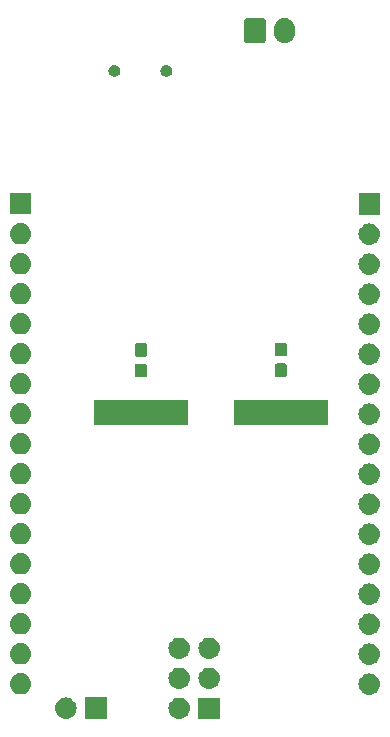
<source format=gbr>
G04 #@! TF.GenerationSoftware,KiCad,Pcbnew,(5.1.4)-1*
G04 #@! TF.CreationDate,2020-03-25T13:11:37-05:00*
G04 #@! TF.ProjectId,ExOneMicrorocessor,45784f6e-654d-4696-9372-6f726f636573,rev?*
G04 #@! TF.SameCoordinates,Original*
G04 #@! TF.FileFunction,Soldermask,Bot*
G04 #@! TF.FilePolarity,Negative*
%FSLAX46Y46*%
G04 Gerber Fmt 4.6, Leading zero omitted, Abs format (unit mm)*
G04 Created by KiCad (PCBNEW (5.1.4)-1) date 2020-03-25 13:11:37*
%MOMM*%
%LPD*%
G04 APERTURE LIST*
%ADD10C,0.100000*%
G04 APERTURE END LIST*
D10*
G36*
X157225300Y-125856300D02*
G01*
X155423300Y-125856300D01*
X155423300Y-124054300D01*
X157225300Y-124054300D01*
X157225300Y-125856300D01*
X157225300Y-125856300D01*
G37*
G36*
X153894743Y-124060819D02*
G01*
X153960927Y-124067337D01*
X154130766Y-124118857D01*
X154287291Y-124202522D01*
X154323029Y-124231852D01*
X154424486Y-124315114D01*
X154507748Y-124416571D01*
X154537078Y-124452309D01*
X154620743Y-124608834D01*
X154672263Y-124778673D01*
X154689659Y-124955300D01*
X154672263Y-125131927D01*
X154620743Y-125301766D01*
X154537078Y-125458291D01*
X154507748Y-125494029D01*
X154424486Y-125595486D01*
X154323029Y-125678748D01*
X154287291Y-125708078D01*
X154130766Y-125791743D01*
X153960927Y-125843263D01*
X153894743Y-125849781D01*
X153828560Y-125856300D01*
X153740040Y-125856300D01*
X153673857Y-125849781D01*
X153607673Y-125843263D01*
X153437834Y-125791743D01*
X153281309Y-125708078D01*
X153245571Y-125678748D01*
X153144114Y-125595486D01*
X153060852Y-125494029D01*
X153031522Y-125458291D01*
X152947857Y-125301766D01*
X152896337Y-125131927D01*
X152878941Y-124955300D01*
X152896337Y-124778673D01*
X152947857Y-124608834D01*
X153031522Y-124452309D01*
X153060852Y-124416571D01*
X153144114Y-124315114D01*
X153245571Y-124231852D01*
X153281309Y-124202522D01*
X153437834Y-124118857D01*
X153607673Y-124067337D01*
X153673857Y-124060819D01*
X153740040Y-124054300D01*
X153828560Y-124054300D01*
X153894743Y-124060819D01*
X153894743Y-124060819D01*
G37*
G36*
X144306242Y-124048118D02*
G01*
X144372427Y-124054637D01*
X144542266Y-124106157D01*
X144698791Y-124189822D01*
X144734529Y-124219152D01*
X144835986Y-124302414D01*
X144919248Y-124403871D01*
X144948578Y-124439609D01*
X145032243Y-124596134D01*
X145083763Y-124765973D01*
X145101159Y-124942600D01*
X145083763Y-125119227D01*
X145032243Y-125289066D01*
X144948578Y-125445591D01*
X144938157Y-125458289D01*
X144835986Y-125582786D01*
X144734529Y-125666048D01*
X144698791Y-125695378D01*
X144542266Y-125779043D01*
X144372427Y-125830563D01*
X144306242Y-125837082D01*
X144240060Y-125843600D01*
X144151540Y-125843600D01*
X144085358Y-125837082D01*
X144019173Y-125830563D01*
X143849334Y-125779043D01*
X143692809Y-125695378D01*
X143657071Y-125666048D01*
X143555614Y-125582786D01*
X143453443Y-125458289D01*
X143443022Y-125445591D01*
X143359357Y-125289066D01*
X143307837Y-125119227D01*
X143290441Y-124942600D01*
X143307837Y-124765973D01*
X143359357Y-124596134D01*
X143443022Y-124439609D01*
X143472352Y-124403871D01*
X143555614Y-124302414D01*
X143657071Y-124219152D01*
X143692809Y-124189822D01*
X143849334Y-124106157D01*
X144019173Y-124054637D01*
X144085358Y-124048118D01*
X144151540Y-124041600D01*
X144240060Y-124041600D01*
X144306242Y-124048118D01*
X144306242Y-124048118D01*
G37*
G36*
X147636800Y-125843600D02*
G01*
X145834800Y-125843600D01*
X145834800Y-124041600D01*
X147636800Y-124041600D01*
X147636800Y-125843600D01*
X147636800Y-125843600D01*
G37*
G36*
X169985642Y-122016118D02*
G01*
X170051827Y-122022637D01*
X170221666Y-122074157D01*
X170378191Y-122157822D01*
X170413929Y-122187152D01*
X170515386Y-122270414D01*
X170598648Y-122371871D01*
X170627978Y-122407609D01*
X170711643Y-122564134D01*
X170763163Y-122733973D01*
X170780559Y-122910600D01*
X170763163Y-123087227D01*
X170711643Y-123257066D01*
X170627978Y-123413591D01*
X170598648Y-123449329D01*
X170515386Y-123550786D01*
X170413929Y-123634048D01*
X170378191Y-123663378D01*
X170221666Y-123747043D01*
X170051827Y-123798563D01*
X169985643Y-123805081D01*
X169919460Y-123811600D01*
X169830940Y-123811600D01*
X169764757Y-123805081D01*
X169698573Y-123798563D01*
X169528734Y-123747043D01*
X169372209Y-123663378D01*
X169336471Y-123634048D01*
X169235014Y-123550786D01*
X169151752Y-123449329D01*
X169122422Y-123413591D01*
X169038757Y-123257066D01*
X168987237Y-123087227D01*
X168969841Y-122910600D01*
X168987237Y-122733973D01*
X169038757Y-122564134D01*
X169122422Y-122407609D01*
X169151752Y-122371871D01*
X169235014Y-122270414D01*
X169336471Y-122187152D01*
X169372209Y-122157822D01*
X169528734Y-122074157D01*
X169698573Y-122022637D01*
X169764758Y-122016118D01*
X169830940Y-122009600D01*
X169919460Y-122009600D01*
X169985642Y-122016118D01*
X169985642Y-122016118D01*
G37*
G36*
X140470842Y-121990718D02*
G01*
X140537027Y-121997237D01*
X140706866Y-122048757D01*
X140863391Y-122132422D01*
X140894341Y-122157822D01*
X141000586Y-122245014D01*
X141083848Y-122346471D01*
X141113178Y-122382209D01*
X141196843Y-122538734D01*
X141248363Y-122708573D01*
X141265759Y-122885200D01*
X141248363Y-123061827D01*
X141196843Y-123231666D01*
X141113178Y-123388191D01*
X141083848Y-123423929D01*
X141000586Y-123525386D01*
X140899129Y-123608648D01*
X140863391Y-123637978D01*
X140706866Y-123721643D01*
X140537027Y-123773163D01*
X140470842Y-123779682D01*
X140404660Y-123786200D01*
X140316140Y-123786200D01*
X140249958Y-123779682D01*
X140183773Y-123773163D01*
X140013934Y-123721643D01*
X139857409Y-123637978D01*
X139821671Y-123608648D01*
X139720214Y-123525386D01*
X139636952Y-123423929D01*
X139607622Y-123388191D01*
X139523957Y-123231666D01*
X139472437Y-123061827D01*
X139455041Y-122885200D01*
X139472437Y-122708573D01*
X139523957Y-122538734D01*
X139607622Y-122382209D01*
X139636952Y-122346471D01*
X139720214Y-122245014D01*
X139826459Y-122157822D01*
X139857409Y-122132422D01*
X140013934Y-122048757D01*
X140183773Y-121997237D01*
X140249958Y-121990718D01*
X140316140Y-121984200D01*
X140404660Y-121984200D01*
X140470842Y-121990718D01*
X140470842Y-121990718D01*
G37*
G36*
X153894742Y-121520818D02*
G01*
X153960927Y-121527337D01*
X154130766Y-121578857D01*
X154287291Y-121662522D01*
X154323029Y-121691852D01*
X154424486Y-121775114D01*
X154507748Y-121876571D01*
X154537078Y-121912309D01*
X154620743Y-122068834D01*
X154672263Y-122238673D01*
X154689659Y-122415300D01*
X154672263Y-122591927D01*
X154620743Y-122761766D01*
X154537078Y-122918291D01*
X154507748Y-122954029D01*
X154424486Y-123055486D01*
X154323029Y-123138748D01*
X154287291Y-123168078D01*
X154130766Y-123251743D01*
X153960927Y-123303263D01*
X153894742Y-123309782D01*
X153828560Y-123316300D01*
X153740040Y-123316300D01*
X153673858Y-123309782D01*
X153607673Y-123303263D01*
X153437834Y-123251743D01*
X153281309Y-123168078D01*
X153245571Y-123138748D01*
X153144114Y-123055486D01*
X153060852Y-122954029D01*
X153031522Y-122918291D01*
X152947857Y-122761766D01*
X152896337Y-122591927D01*
X152878941Y-122415300D01*
X152896337Y-122238673D01*
X152947857Y-122068834D01*
X153031522Y-121912309D01*
X153060852Y-121876571D01*
X153144114Y-121775114D01*
X153245571Y-121691852D01*
X153281309Y-121662522D01*
X153437834Y-121578857D01*
X153607673Y-121527337D01*
X153673858Y-121520818D01*
X153740040Y-121514300D01*
X153828560Y-121514300D01*
X153894742Y-121520818D01*
X153894742Y-121520818D01*
G37*
G36*
X156434742Y-121520818D02*
G01*
X156500927Y-121527337D01*
X156670766Y-121578857D01*
X156827291Y-121662522D01*
X156863029Y-121691852D01*
X156964486Y-121775114D01*
X157047748Y-121876571D01*
X157077078Y-121912309D01*
X157160743Y-122068834D01*
X157212263Y-122238673D01*
X157229659Y-122415300D01*
X157212263Y-122591927D01*
X157160743Y-122761766D01*
X157077078Y-122918291D01*
X157047748Y-122954029D01*
X156964486Y-123055486D01*
X156863029Y-123138748D01*
X156827291Y-123168078D01*
X156670766Y-123251743D01*
X156500927Y-123303263D01*
X156434742Y-123309782D01*
X156368560Y-123316300D01*
X156280040Y-123316300D01*
X156213858Y-123309782D01*
X156147673Y-123303263D01*
X155977834Y-123251743D01*
X155821309Y-123168078D01*
X155785571Y-123138748D01*
X155684114Y-123055486D01*
X155600852Y-122954029D01*
X155571522Y-122918291D01*
X155487857Y-122761766D01*
X155436337Y-122591927D01*
X155418941Y-122415300D01*
X155436337Y-122238673D01*
X155487857Y-122068834D01*
X155571522Y-121912309D01*
X155600852Y-121876571D01*
X155684114Y-121775114D01*
X155785571Y-121691852D01*
X155821309Y-121662522D01*
X155977834Y-121578857D01*
X156147673Y-121527337D01*
X156213858Y-121520818D01*
X156280040Y-121514300D01*
X156368560Y-121514300D01*
X156434742Y-121520818D01*
X156434742Y-121520818D01*
G37*
G36*
X169985642Y-119476118D02*
G01*
X170051827Y-119482637D01*
X170221666Y-119534157D01*
X170378191Y-119617822D01*
X170413929Y-119647152D01*
X170515386Y-119730414D01*
X170598648Y-119831871D01*
X170627978Y-119867609D01*
X170711643Y-120024134D01*
X170763163Y-120193973D01*
X170780559Y-120370600D01*
X170763163Y-120547227D01*
X170711643Y-120717066D01*
X170627978Y-120873591D01*
X170598648Y-120909329D01*
X170515386Y-121010786D01*
X170413929Y-121094048D01*
X170378191Y-121123378D01*
X170221666Y-121207043D01*
X170051827Y-121258563D01*
X169985642Y-121265082D01*
X169919460Y-121271600D01*
X169830940Y-121271600D01*
X169764758Y-121265082D01*
X169698573Y-121258563D01*
X169528734Y-121207043D01*
X169372209Y-121123378D01*
X169336471Y-121094048D01*
X169235014Y-121010786D01*
X169151752Y-120909329D01*
X169122422Y-120873591D01*
X169038757Y-120717066D01*
X168987237Y-120547227D01*
X168969841Y-120370600D01*
X168987237Y-120193973D01*
X169038757Y-120024134D01*
X169122422Y-119867609D01*
X169151752Y-119831871D01*
X169235014Y-119730414D01*
X169336471Y-119647152D01*
X169372209Y-119617822D01*
X169528734Y-119534157D01*
X169698573Y-119482637D01*
X169764758Y-119476118D01*
X169830940Y-119469600D01*
X169919460Y-119469600D01*
X169985642Y-119476118D01*
X169985642Y-119476118D01*
G37*
G36*
X140470843Y-119450719D02*
G01*
X140537027Y-119457237D01*
X140706866Y-119508757D01*
X140863391Y-119592422D01*
X140894341Y-119617822D01*
X141000586Y-119705014D01*
X141083848Y-119806471D01*
X141113178Y-119842209D01*
X141196843Y-119998734D01*
X141248363Y-120168573D01*
X141265759Y-120345200D01*
X141248363Y-120521827D01*
X141196843Y-120691666D01*
X141113178Y-120848191D01*
X141083848Y-120883929D01*
X141000586Y-120985386D01*
X140899129Y-121068648D01*
X140863391Y-121097978D01*
X140706866Y-121181643D01*
X140537027Y-121233163D01*
X140470842Y-121239682D01*
X140404660Y-121246200D01*
X140316140Y-121246200D01*
X140249958Y-121239682D01*
X140183773Y-121233163D01*
X140013934Y-121181643D01*
X139857409Y-121097978D01*
X139821671Y-121068648D01*
X139720214Y-120985386D01*
X139636952Y-120883929D01*
X139607622Y-120848191D01*
X139523957Y-120691666D01*
X139472437Y-120521827D01*
X139455041Y-120345200D01*
X139472437Y-120168573D01*
X139523957Y-119998734D01*
X139607622Y-119842209D01*
X139636952Y-119806471D01*
X139720214Y-119705014D01*
X139826459Y-119617822D01*
X139857409Y-119592422D01*
X140013934Y-119508757D01*
X140183773Y-119457237D01*
X140249957Y-119450719D01*
X140316140Y-119444200D01*
X140404660Y-119444200D01*
X140470843Y-119450719D01*
X140470843Y-119450719D01*
G37*
G36*
X153894743Y-118980819D02*
G01*
X153960927Y-118987337D01*
X154130766Y-119038857D01*
X154287291Y-119122522D01*
X154323029Y-119151852D01*
X154424486Y-119235114D01*
X154507748Y-119336571D01*
X154537078Y-119372309D01*
X154620743Y-119528834D01*
X154672263Y-119698673D01*
X154689659Y-119875300D01*
X154672263Y-120051927D01*
X154620743Y-120221766D01*
X154537078Y-120378291D01*
X154507748Y-120414029D01*
X154424486Y-120515486D01*
X154323029Y-120598748D01*
X154287291Y-120628078D01*
X154130766Y-120711743D01*
X153960927Y-120763263D01*
X153894743Y-120769781D01*
X153828560Y-120776300D01*
X153740040Y-120776300D01*
X153673857Y-120769781D01*
X153607673Y-120763263D01*
X153437834Y-120711743D01*
X153281309Y-120628078D01*
X153245571Y-120598748D01*
X153144114Y-120515486D01*
X153060852Y-120414029D01*
X153031522Y-120378291D01*
X152947857Y-120221766D01*
X152896337Y-120051927D01*
X152878941Y-119875300D01*
X152896337Y-119698673D01*
X152947857Y-119528834D01*
X153031522Y-119372309D01*
X153060852Y-119336571D01*
X153144114Y-119235114D01*
X153245571Y-119151852D01*
X153281309Y-119122522D01*
X153437834Y-119038857D01*
X153607673Y-118987337D01*
X153673857Y-118980819D01*
X153740040Y-118974300D01*
X153828560Y-118974300D01*
X153894743Y-118980819D01*
X153894743Y-118980819D01*
G37*
G36*
X156434743Y-118980819D02*
G01*
X156500927Y-118987337D01*
X156670766Y-119038857D01*
X156827291Y-119122522D01*
X156863029Y-119151852D01*
X156964486Y-119235114D01*
X157047748Y-119336571D01*
X157077078Y-119372309D01*
X157160743Y-119528834D01*
X157212263Y-119698673D01*
X157229659Y-119875300D01*
X157212263Y-120051927D01*
X157160743Y-120221766D01*
X157077078Y-120378291D01*
X157047748Y-120414029D01*
X156964486Y-120515486D01*
X156863029Y-120598748D01*
X156827291Y-120628078D01*
X156670766Y-120711743D01*
X156500927Y-120763263D01*
X156434743Y-120769781D01*
X156368560Y-120776300D01*
X156280040Y-120776300D01*
X156213857Y-120769781D01*
X156147673Y-120763263D01*
X155977834Y-120711743D01*
X155821309Y-120628078D01*
X155785571Y-120598748D01*
X155684114Y-120515486D01*
X155600852Y-120414029D01*
X155571522Y-120378291D01*
X155487857Y-120221766D01*
X155436337Y-120051927D01*
X155418941Y-119875300D01*
X155436337Y-119698673D01*
X155487857Y-119528834D01*
X155571522Y-119372309D01*
X155600852Y-119336571D01*
X155684114Y-119235114D01*
X155785571Y-119151852D01*
X155821309Y-119122522D01*
X155977834Y-119038857D01*
X156147673Y-118987337D01*
X156213857Y-118980819D01*
X156280040Y-118974300D01*
X156368560Y-118974300D01*
X156434743Y-118980819D01*
X156434743Y-118980819D01*
G37*
G36*
X169985643Y-116936119D02*
G01*
X170051827Y-116942637D01*
X170221666Y-116994157D01*
X170378191Y-117077822D01*
X170413929Y-117107152D01*
X170515386Y-117190414D01*
X170598648Y-117291871D01*
X170627978Y-117327609D01*
X170711643Y-117484134D01*
X170763163Y-117653973D01*
X170780559Y-117830600D01*
X170763163Y-118007227D01*
X170711643Y-118177066D01*
X170627978Y-118333591D01*
X170598648Y-118369329D01*
X170515386Y-118470786D01*
X170413929Y-118554048D01*
X170378191Y-118583378D01*
X170221666Y-118667043D01*
X170051827Y-118718563D01*
X169985643Y-118725081D01*
X169919460Y-118731600D01*
X169830940Y-118731600D01*
X169764757Y-118725081D01*
X169698573Y-118718563D01*
X169528734Y-118667043D01*
X169372209Y-118583378D01*
X169336471Y-118554048D01*
X169235014Y-118470786D01*
X169151752Y-118369329D01*
X169122422Y-118333591D01*
X169038757Y-118177066D01*
X168987237Y-118007227D01*
X168969841Y-117830600D01*
X168987237Y-117653973D01*
X169038757Y-117484134D01*
X169122422Y-117327609D01*
X169151752Y-117291871D01*
X169235014Y-117190414D01*
X169336471Y-117107152D01*
X169372209Y-117077822D01*
X169528734Y-116994157D01*
X169698573Y-116942637D01*
X169764757Y-116936119D01*
X169830940Y-116929600D01*
X169919460Y-116929600D01*
X169985643Y-116936119D01*
X169985643Y-116936119D01*
G37*
G36*
X140470842Y-116910718D02*
G01*
X140537027Y-116917237D01*
X140706866Y-116968757D01*
X140863391Y-117052422D01*
X140894341Y-117077822D01*
X141000586Y-117165014D01*
X141083848Y-117266471D01*
X141113178Y-117302209D01*
X141196843Y-117458734D01*
X141248363Y-117628573D01*
X141265759Y-117805200D01*
X141248363Y-117981827D01*
X141196843Y-118151666D01*
X141113178Y-118308191D01*
X141083848Y-118343929D01*
X141000586Y-118445386D01*
X140899129Y-118528648D01*
X140863391Y-118557978D01*
X140706866Y-118641643D01*
X140537027Y-118693163D01*
X140470842Y-118699682D01*
X140404660Y-118706200D01*
X140316140Y-118706200D01*
X140249958Y-118699682D01*
X140183773Y-118693163D01*
X140013934Y-118641643D01*
X139857409Y-118557978D01*
X139821671Y-118528648D01*
X139720214Y-118445386D01*
X139636952Y-118343929D01*
X139607622Y-118308191D01*
X139523957Y-118151666D01*
X139472437Y-117981827D01*
X139455041Y-117805200D01*
X139472437Y-117628573D01*
X139523957Y-117458734D01*
X139607622Y-117302209D01*
X139636952Y-117266471D01*
X139720214Y-117165014D01*
X139826459Y-117077822D01*
X139857409Y-117052422D01*
X140013934Y-116968757D01*
X140183773Y-116917237D01*
X140249958Y-116910718D01*
X140316140Y-116904200D01*
X140404660Y-116904200D01*
X140470842Y-116910718D01*
X140470842Y-116910718D01*
G37*
G36*
X169985642Y-114396118D02*
G01*
X170051827Y-114402637D01*
X170221666Y-114454157D01*
X170378191Y-114537822D01*
X170413929Y-114567152D01*
X170515386Y-114650414D01*
X170598648Y-114751871D01*
X170627978Y-114787609D01*
X170711643Y-114944134D01*
X170763163Y-115113973D01*
X170780559Y-115290600D01*
X170763163Y-115467227D01*
X170711643Y-115637066D01*
X170627978Y-115793591D01*
X170598648Y-115829329D01*
X170515386Y-115930786D01*
X170413929Y-116014048D01*
X170378191Y-116043378D01*
X170221666Y-116127043D01*
X170051827Y-116178563D01*
X169985643Y-116185081D01*
X169919460Y-116191600D01*
X169830940Y-116191600D01*
X169764757Y-116185081D01*
X169698573Y-116178563D01*
X169528734Y-116127043D01*
X169372209Y-116043378D01*
X169336471Y-116014048D01*
X169235014Y-115930786D01*
X169151752Y-115829329D01*
X169122422Y-115793591D01*
X169038757Y-115637066D01*
X168987237Y-115467227D01*
X168969841Y-115290600D01*
X168987237Y-115113973D01*
X169038757Y-114944134D01*
X169122422Y-114787609D01*
X169151752Y-114751871D01*
X169235014Y-114650414D01*
X169336471Y-114567152D01*
X169372209Y-114537822D01*
X169528734Y-114454157D01*
X169698573Y-114402637D01*
X169764758Y-114396118D01*
X169830940Y-114389600D01*
X169919460Y-114389600D01*
X169985642Y-114396118D01*
X169985642Y-114396118D01*
G37*
G36*
X140470843Y-114370719D02*
G01*
X140537027Y-114377237D01*
X140706866Y-114428757D01*
X140863391Y-114512422D01*
X140894341Y-114537822D01*
X141000586Y-114625014D01*
X141083848Y-114726471D01*
X141113178Y-114762209D01*
X141196843Y-114918734D01*
X141248363Y-115088573D01*
X141265759Y-115265200D01*
X141248363Y-115441827D01*
X141196843Y-115611666D01*
X141113178Y-115768191D01*
X141083848Y-115803929D01*
X141000586Y-115905386D01*
X140899129Y-115988648D01*
X140863391Y-116017978D01*
X140706866Y-116101643D01*
X140537027Y-116153163D01*
X140470843Y-116159681D01*
X140404660Y-116166200D01*
X140316140Y-116166200D01*
X140249957Y-116159681D01*
X140183773Y-116153163D01*
X140013934Y-116101643D01*
X139857409Y-116017978D01*
X139821671Y-115988648D01*
X139720214Y-115905386D01*
X139636952Y-115803929D01*
X139607622Y-115768191D01*
X139523957Y-115611666D01*
X139472437Y-115441827D01*
X139455041Y-115265200D01*
X139472437Y-115088573D01*
X139523957Y-114918734D01*
X139607622Y-114762209D01*
X139636952Y-114726471D01*
X139720214Y-114625014D01*
X139826459Y-114537822D01*
X139857409Y-114512422D01*
X140013934Y-114428757D01*
X140183773Y-114377237D01*
X140249957Y-114370719D01*
X140316140Y-114364200D01*
X140404660Y-114364200D01*
X140470843Y-114370719D01*
X140470843Y-114370719D01*
G37*
G36*
X169985642Y-111856118D02*
G01*
X170051827Y-111862637D01*
X170221666Y-111914157D01*
X170378191Y-111997822D01*
X170413929Y-112027152D01*
X170515386Y-112110414D01*
X170598648Y-112211871D01*
X170627978Y-112247609D01*
X170711643Y-112404134D01*
X170763163Y-112573973D01*
X170780559Y-112750600D01*
X170763163Y-112927227D01*
X170711643Y-113097066D01*
X170627978Y-113253591D01*
X170598648Y-113289329D01*
X170515386Y-113390786D01*
X170413929Y-113474048D01*
X170378191Y-113503378D01*
X170221666Y-113587043D01*
X170051827Y-113638563D01*
X169985642Y-113645082D01*
X169919460Y-113651600D01*
X169830940Y-113651600D01*
X169764758Y-113645082D01*
X169698573Y-113638563D01*
X169528734Y-113587043D01*
X169372209Y-113503378D01*
X169336471Y-113474048D01*
X169235014Y-113390786D01*
X169151752Y-113289329D01*
X169122422Y-113253591D01*
X169038757Y-113097066D01*
X168987237Y-112927227D01*
X168969841Y-112750600D01*
X168987237Y-112573973D01*
X169038757Y-112404134D01*
X169122422Y-112247609D01*
X169151752Y-112211871D01*
X169235014Y-112110414D01*
X169336471Y-112027152D01*
X169372209Y-111997822D01*
X169528734Y-111914157D01*
X169698573Y-111862637D01*
X169764758Y-111856118D01*
X169830940Y-111849600D01*
X169919460Y-111849600D01*
X169985642Y-111856118D01*
X169985642Y-111856118D01*
G37*
G36*
X140470843Y-111830719D02*
G01*
X140537027Y-111837237D01*
X140706866Y-111888757D01*
X140863391Y-111972422D01*
X140894341Y-111997822D01*
X141000586Y-112085014D01*
X141083848Y-112186471D01*
X141113178Y-112222209D01*
X141196843Y-112378734D01*
X141248363Y-112548573D01*
X141265759Y-112725200D01*
X141248363Y-112901827D01*
X141196843Y-113071666D01*
X141113178Y-113228191D01*
X141083848Y-113263929D01*
X141000586Y-113365386D01*
X140899129Y-113448648D01*
X140863391Y-113477978D01*
X140706866Y-113561643D01*
X140537027Y-113613163D01*
X140470843Y-113619681D01*
X140404660Y-113626200D01*
X140316140Y-113626200D01*
X140249957Y-113619681D01*
X140183773Y-113613163D01*
X140013934Y-113561643D01*
X139857409Y-113477978D01*
X139821671Y-113448648D01*
X139720214Y-113365386D01*
X139636952Y-113263929D01*
X139607622Y-113228191D01*
X139523957Y-113071666D01*
X139472437Y-112901827D01*
X139455041Y-112725200D01*
X139472437Y-112548573D01*
X139523957Y-112378734D01*
X139607622Y-112222209D01*
X139636952Y-112186471D01*
X139720214Y-112085014D01*
X139826459Y-111997822D01*
X139857409Y-111972422D01*
X140013934Y-111888757D01*
X140183773Y-111837237D01*
X140249957Y-111830719D01*
X140316140Y-111824200D01*
X140404660Y-111824200D01*
X140470843Y-111830719D01*
X140470843Y-111830719D01*
G37*
G36*
X169985643Y-109316119D02*
G01*
X170051827Y-109322637D01*
X170221666Y-109374157D01*
X170378191Y-109457822D01*
X170413929Y-109487152D01*
X170515386Y-109570414D01*
X170598648Y-109671871D01*
X170627978Y-109707609D01*
X170711643Y-109864134D01*
X170763163Y-110033973D01*
X170780559Y-110210600D01*
X170763163Y-110387227D01*
X170711643Y-110557066D01*
X170627978Y-110713591D01*
X170598648Y-110749329D01*
X170515386Y-110850786D01*
X170413929Y-110934048D01*
X170378191Y-110963378D01*
X170221666Y-111047043D01*
X170051827Y-111098563D01*
X169985642Y-111105082D01*
X169919460Y-111111600D01*
X169830940Y-111111600D01*
X169764758Y-111105082D01*
X169698573Y-111098563D01*
X169528734Y-111047043D01*
X169372209Y-110963378D01*
X169336471Y-110934048D01*
X169235014Y-110850786D01*
X169151752Y-110749329D01*
X169122422Y-110713591D01*
X169038757Y-110557066D01*
X168987237Y-110387227D01*
X168969841Y-110210600D01*
X168987237Y-110033973D01*
X169038757Y-109864134D01*
X169122422Y-109707609D01*
X169151752Y-109671871D01*
X169235014Y-109570414D01*
X169336471Y-109487152D01*
X169372209Y-109457822D01*
X169528734Y-109374157D01*
X169698573Y-109322637D01*
X169764757Y-109316119D01*
X169830940Y-109309600D01*
X169919460Y-109309600D01*
X169985643Y-109316119D01*
X169985643Y-109316119D01*
G37*
G36*
X140470843Y-109290719D02*
G01*
X140537027Y-109297237D01*
X140706866Y-109348757D01*
X140863391Y-109432422D01*
X140894341Y-109457822D01*
X141000586Y-109545014D01*
X141083848Y-109646471D01*
X141113178Y-109682209D01*
X141196843Y-109838734D01*
X141248363Y-110008573D01*
X141265759Y-110185200D01*
X141248363Y-110361827D01*
X141196843Y-110531666D01*
X141113178Y-110688191D01*
X141083848Y-110723929D01*
X141000586Y-110825386D01*
X140899129Y-110908648D01*
X140863391Y-110937978D01*
X140706866Y-111021643D01*
X140537027Y-111073163D01*
X140470842Y-111079682D01*
X140404660Y-111086200D01*
X140316140Y-111086200D01*
X140249958Y-111079682D01*
X140183773Y-111073163D01*
X140013934Y-111021643D01*
X139857409Y-110937978D01*
X139821671Y-110908648D01*
X139720214Y-110825386D01*
X139636952Y-110723929D01*
X139607622Y-110688191D01*
X139523957Y-110531666D01*
X139472437Y-110361827D01*
X139455041Y-110185200D01*
X139472437Y-110008573D01*
X139523957Y-109838734D01*
X139607622Y-109682209D01*
X139636952Y-109646471D01*
X139720214Y-109545014D01*
X139826459Y-109457822D01*
X139857409Y-109432422D01*
X140013934Y-109348757D01*
X140183773Y-109297237D01*
X140249957Y-109290719D01*
X140316140Y-109284200D01*
X140404660Y-109284200D01*
X140470843Y-109290719D01*
X140470843Y-109290719D01*
G37*
G36*
X169985643Y-106776119D02*
G01*
X170051827Y-106782637D01*
X170221666Y-106834157D01*
X170378191Y-106917822D01*
X170413929Y-106947152D01*
X170515386Y-107030414D01*
X170598648Y-107131871D01*
X170627978Y-107167609D01*
X170711643Y-107324134D01*
X170763163Y-107493973D01*
X170780559Y-107670600D01*
X170763163Y-107847227D01*
X170711643Y-108017066D01*
X170627978Y-108173591D01*
X170598648Y-108209329D01*
X170515386Y-108310786D01*
X170413929Y-108394048D01*
X170378191Y-108423378D01*
X170221666Y-108507043D01*
X170051827Y-108558563D01*
X169985642Y-108565082D01*
X169919460Y-108571600D01*
X169830940Y-108571600D01*
X169764758Y-108565082D01*
X169698573Y-108558563D01*
X169528734Y-108507043D01*
X169372209Y-108423378D01*
X169336471Y-108394048D01*
X169235014Y-108310786D01*
X169151752Y-108209329D01*
X169122422Y-108173591D01*
X169038757Y-108017066D01*
X168987237Y-107847227D01*
X168969841Y-107670600D01*
X168987237Y-107493973D01*
X169038757Y-107324134D01*
X169122422Y-107167609D01*
X169151752Y-107131871D01*
X169235014Y-107030414D01*
X169336471Y-106947152D01*
X169372209Y-106917822D01*
X169528734Y-106834157D01*
X169698573Y-106782637D01*
X169764757Y-106776119D01*
X169830940Y-106769600D01*
X169919460Y-106769600D01*
X169985643Y-106776119D01*
X169985643Y-106776119D01*
G37*
G36*
X140470842Y-106750718D02*
G01*
X140537027Y-106757237D01*
X140706866Y-106808757D01*
X140863391Y-106892422D01*
X140894341Y-106917822D01*
X141000586Y-107005014D01*
X141083848Y-107106471D01*
X141113178Y-107142209D01*
X141196843Y-107298734D01*
X141248363Y-107468573D01*
X141265759Y-107645200D01*
X141248363Y-107821827D01*
X141196843Y-107991666D01*
X141113178Y-108148191D01*
X141083848Y-108183929D01*
X141000586Y-108285386D01*
X140899129Y-108368648D01*
X140863391Y-108397978D01*
X140706866Y-108481643D01*
X140537027Y-108533163D01*
X140470843Y-108539681D01*
X140404660Y-108546200D01*
X140316140Y-108546200D01*
X140249957Y-108539681D01*
X140183773Y-108533163D01*
X140013934Y-108481643D01*
X139857409Y-108397978D01*
X139821671Y-108368648D01*
X139720214Y-108285386D01*
X139636952Y-108183929D01*
X139607622Y-108148191D01*
X139523957Y-107991666D01*
X139472437Y-107821827D01*
X139455041Y-107645200D01*
X139472437Y-107468573D01*
X139523957Y-107298734D01*
X139607622Y-107142209D01*
X139636952Y-107106471D01*
X139720214Y-107005014D01*
X139826459Y-106917822D01*
X139857409Y-106892422D01*
X140013934Y-106808757D01*
X140183773Y-106757237D01*
X140249958Y-106750718D01*
X140316140Y-106744200D01*
X140404660Y-106744200D01*
X140470842Y-106750718D01*
X140470842Y-106750718D01*
G37*
G36*
X169985642Y-104236118D02*
G01*
X170051827Y-104242637D01*
X170221666Y-104294157D01*
X170378191Y-104377822D01*
X170413929Y-104407152D01*
X170515386Y-104490414D01*
X170598648Y-104591871D01*
X170627978Y-104627609D01*
X170711643Y-104784134D01*
X170763163Y-104953973D01*
X170780559Y-105130600D01*
X170763163Y-105307227D01*
X170711643Y-105477066D01*
X170627978Y-105633591D01*
X170598648Y-105669329D01*
X170515386Y-105770786D01*
X170413929Y-105854048D01*
X170378191Y-105883378D01*
X170221666Y-105967043D01*
X170051827Y-106018563D01*
X169985643Y-106025081D01*
X169919460Y-106031600D01*
X169830940Y-106031600D01*
X169764757Y-106025081D01*
X169698573Y-106018563D01*
X169528734Y-105967043D01*
X169372209Y-105883378D01*
X169336471Y-105854048D01*
X169235014Y-105770786D01*
X169151752Y-105669329D01*
X169122422Y-105633591D01*
X169038757Y-105477066D01*
X168987237Y-105307227D01*
X168969841Y-105130600D01*
X168987237Y-104953973D01*
X169038757Y-104784134D01*
X169122422Y-104627609D01*
X169151752Y-104591871D01*
X169235014Y-104490414D01*
X169336471Y-104407152D01*
X169372209Y-104377822D01*
X169528734Y-104294157D01*
X169698573Y-104242637D01*
X169764758Y-104236118D01*
X169830940Y-104229600D01*
X169919460Y-104229600D01*
X169985642Y-104236118D01*
X169985642Y-104236118D01*
G37*
G36*
X140470842Y-104210718D02*
G01*
X140537027Y-104217237D01*
X140706866Y-104268757D01*
X140863391Y-104352422D01*
X140894341Y-104377822D01*
X141000586Y-104465014D01*
X141083848Y-104566471D01*
X141113178Y-104602209D01*
X141196843Y-104758734D01*
X141248363Y-104928573D01*
X141265759Y-105105200D01*
X141248363Y-105281827D01*
X141196843Y-105451666D01*
X141113178Y-105608191D01*
X141083848Y-105643929D01*
X141000586Y-105745386D01*
X140899129Y-105828648D01*
X140863391Y-105857978D01*
X140706866Y-105941643D01*
X140537027Y-105993163D01*
X140470843Y-105999681D01*
X140404660Y-106006200D01*
X140316140Y-106006200D01*
X140249957Y-105999681D01*
X140183773Y-105993163D01*
X140013934Y-105941643D01*
X139857409Y-105857978D01*
X139821671Y-105828648D01*
X139720214Y-105745386D01*
X139636952Y-105643929D01*
X139607622Y-105608191D01*
X139523957Y-105451666D01*
X139472437Y-105281827D01*
X139455041Y-105105200D01*
X139472437Y-104928573D01*
X139523957Y-104758734D01*
X139607622Y-104602209D01*
X139636952Y-104566471D01*
X139720214Y-104465014D01*
X139826459Y-104377822D01*
X139857409Y-104352422D01*
X140013934Y-104268757D01*
X140183773Y-104217237D01*
X140249958Y-104210718D01*
X140316140Y-104204200D01*
X140404660Y-104204200D01*
X140470842Y-104210718D01*
X140470842Y-104210718D01*
G37*
G36*
X169985642Y-101696118D02*
G01*
X170051827Y-101702637D01*
X170221666Y-101754157D01*
X170378191Y-101837822D01*
X170413929Y-101867152D01*
X170515386Y-101950414D01*
X170598648Y-102051871D01*
X170627978Y-102087609D01*
X170711643Y-102244134D01*
X170763163Y-102413973D01*
X170780559Y-102590600D01*
X170763163Y-102767227D01*
X170711643Y-102937066D01*
X170627978Y-103093591D01*
X170598648Y-103129329D01*
X170515386Y-103230786D01*
X170413929Y-103314048D01*
X170378191Y-103343378D01*
X170221666Y-103427043D01*
X170051827Y-103478563D01*
X169985643Y-103485081D01*
X169919460Y-103491600D01*
X169830940Y-103491600D01*
X169764757Y-103485081D01*
X169698573Y-103478563D01*
X169528734Y-103427043D01*
X169372209Y-103343378D01*
X169336471Y-103314048D01*
X169235014Y-103230786D01*
X169151752Y-103129329D01*
X169122422Y-103093591D01*
X169038757Y-102937066D01*
X168987237Y-102767227D01*
X168969841Y-102590600D01*
X168987237Y-102413973D01*
X169038757Y-102244134D01*
X169122422Y-102087609D01*
X169151752Y-102051871D01*
X169235014Y-101950414D01*
X169336471Y-101867152D01*
X169372209Y-101837822D01*
X169528734Y-101754157D01*
X169698573Y-101702637D01*
X169764757Y-101696119D01*
X169830940Y-101689600D01*
X169919460Y-101689600D01*
X169985642Y-101696118D01*
X169985642Y-101696118D01*
G37*
G36*
X140470842Y-101670718D02*
G01*
X140537027Y-101677237D01*
X140706866Y-101728757D01*
X140863391Y-101812422D01*
X140894341Y-101837822D01*
X141000586Y-101925014D01*
X141083848Y-102026471D01*
X141113178Y-102062209D01*
X141196843Y-102218734D01*
X141248363Y-102388573D01*
X141265759Y-102565200D01*
X141248363Y-102741827D01*
X141196843Y-102911666D01*
X141113178Y-103068191D01*
X141083848Y-103103929D01*
X141000586Y-103205386D01*
X140899129Y-103288648D01*
X140863391Y-103317978D01*
X140706866Y-103401643D01*
X140537027Y-103453163D01*
X140470842Y-103459682D01*
X140404660Y-103466200D01*
X140316140Y-103466200D01*
X140249958Y-103459682D01*
X140183773Y-103453163D01*
X140013934Y-103401643D01*
X139857409Y-103317978D01*
X139821671Y-103288648D01*
X139720214Y-103205386D01*
X139636952Y-103103929D01*
X139607622Y-103068191D01*
X139523957Y-102911666D01*
X139472437Y-102741827D01*
X139455041Y-102565200D01*
X139472437Y-102388573D01*
X139523957Y-102218734D01*
X139607622Y-102062209D01*
X139636952Y-102026471D01*
X139720214Y-101925014D01*
X139826459Y-101837822D01*
X139857409Y-101812422D01*
X140013934Y-101728757D01*
X140183773Y-101677237D01*
X140249958Y-101670718D01*
X140316140Y-101664200D01*
X140404660Y-101664200D01*
X140470842Y-101670718D01*
X140470842Y-101670718D01*
G37*
G36*
X169985643Y-99156119D02*
G01*
X170051827Y-99162637D01*
X170221666Y-99214157D01*
X170378191Y-99297822D01*
X170413929Y-99327152D01*
X170515386Y-99410414D01*
X170598648Y-99511871D01*
X170627978Y-99547609D01*
X170711643Y-99704134D01*
X170763163Y-99873973D01*
X170780559Y-100050600D01*
X170763163Y-100227227D01*
X170711643Y-100397066D01*
X170627978Y-100553591D01*
X170598648Y-100589329D01*
X170515386Y-100690786D01*
X170413929Y-100774048D01*
X170378191Y-100803378D01*
X170221666Y-100887043D01*
X170051827Y-100938563D01*
X169985642Y-100945082D01*
X169919460Y-100951600D01*
X169830940Y-100951600D01*
X169764758Y-100945082D01*
X169698573Y-100938563D01*
X169528734Y-100887043D01*
X169372209Y-100803378D01*
X169336471Y-100774048D01*
X169235014Y-100690786D01*
X169151752Y-100589329D01*
X169122422Y-100553591D01*
X169038757Y-100397066D01*
X168987237Y-100227227D01*
X168969841Y-100050600D01*
X168987237Y-99873973D01*
X169038757Y-99704134D01*
X169122422Y-99547609D01*
X169151752Y-99511871D01*
X169235014Y-99410414D01*
X169336471Y-99327152D01*
X169372209Y-99297822D01*
X169528734Y-99214157D01*
X169698573Y-99162637D01*
X169764758Y-99156118D01*
X169830940Y-99149600D01*
X169919460Y-99149600D01*
X169985643Y-99156119D01*
X169985643Y-99156119D01*
G37*
G36*
X166396100Y-100949200D02*
G01*
X158419100Y-100949200D01*
X158419100Y-98847200D01*
X166396100Y-98847200D01*
X166396100Y-100949200D01*
X166396100Y-100949200D01*
G37*
G36*
X154521100Y-100949200D02*
G01*
X146544100Y-100949200D01*
X146544100Y-98847200D01*
X154521100Y-98847200D01*
X154521100Y-100949200D01*
X154521100Y-100949200D01*
G37*
G36*
X140470842Y-99130718D02*
G01*
X140537027Y-99137237D01*
X140706866Y-99188757D01*
X140863391Y-99272422D01*
X140894341Y-99297822D01*
X141000586Y-99385014D01*
X141083848Y-99486471D01*
X141113178Y-99522209D01*
X141196843Y-99678734D01*
X141248363Y-99848573D01*
X141265759Y-100025200D01*
X141248363Y-100201827D01*
X141196843Y-100371666D01*
X141113178Y-100528191D01*
X141083848Y-100563929D01*
X141000586Y-100665386D01*
X140899129Y-100748648D01*
X140863391Y-100777978D01*
X140706866Y-100861643D01*
X140537027Y-100913163D01*
X140470842Y-100919682D01*
X140404660Y-100926200D01*
X140316140Y-100926200D01*
X140249958Y-100919682D01*
X140183773Y-100913163D01*
X140013934Y-100861643D01*
X139857409Y-100777978D01*
X139821671Y-100748648D01*
X139720214Y-100665386D01*
X139636952Y-100563929D01*
X139607622Y-100528191D01*
X139523957Y-100371666D01*
X139472437Y-100201827D01*
X139455041Y-100025200D01*
X139472437Y-99848573D01*
X139523957Y-99678734D01*
X139607622Y-99522209D01*
X139636952Y-99486471D01*
X139720214Y-99385014D01*
X139826459Y-99297822D01*
X139857409Y-99272422D01*
X140013934Y-99188757D01*
X140183773Y-99137237D01*
X140249957Y-99130719D01*
X140316140Y-99124200D01*
X140404660Y-99124200D01*
X140470842Y-99130718D01*
X140470842Y-99130718D01*
G37*
G36*
X169985643Y-96616119D02*
G01*
X170051827Y-96622637D01*
X170221666Y-96674157D01*
X170378191Y-96757822D01*
X170406733Y-96781246D01*
X170515386Y-96870414D01*
X170562464Y-96927780D01*
X170627978Y-97007609D01*
X170711643Y-97164134D01*
X170763163Y-97333973D01*
X170780559Y-97510600D01*
X170763163Y-97687227D01*
X170711643Y-97857066D01*
X170627978Y-98013591D01*
X170598648Y-98049329D01*
X170515386Y-98150786D01*
X170413929Y-98234048D01*
X170378191Y-98263378D01*
X170221666Y-98347043D01*
X170051827Y-98398563D01*
X169985642Y-98405082D01*
X169919460Y-98411600D01*
X169830940Y-98411600D01*
X169764757Y-98405081D01*
X169698573Y-98398563D01*
X169528734Y-98347043D01*
X169372209Y-98263378D01*
X169336471Y-98234048D01*
X169235014Y-98150786D01*
X169151752Y-98049329D01*
X169122422Y-98013591D01*
X169038757Y-97857066D01*
X168987237Y-97687227D01*
X168969841Y-97510600D01*
X168987237Y-97333973D01*
X169038757Y-97164134D01*
X169122422Y-97007609D01*
X169187936Y-96927780D01*
X169235014Y-96870414D01*
X169343667Y-96781246D01*
X169372209Y-96757822D01*
X169528734Y-96674157D01*
X169698573Y-96622637D01*
X169764757Y-96616119D01*
X169830940Y-96609600D01*
X169919460Y-96609600D01*
X169985643Y-96616119D01*
X169985643Y-96616119D01*
G37*
G36*
X140470843Y-96590719D02*
G01*
X140537027Y-96597237D01*
X140706866Y-96648757D01*
X140863391Y-96732422D01*
X140894341Y-96757822D01*
X141000586Y-96845014D01*
X141056500Y-96913147D01*
X141113178Y-96982209D01*
X141196843Y-97138734D01*
X141248363Y-97308573D01*
X141265759Y-97485200D01*
X141248363Y-97661827D01*
X141196843Y-97831666D01*
X141113178Y-97988191D01*
X141083848Y-98023929D01*
X141000586Y-98125386D01*
X140899129Y-98208648D01*
X140863391Y-98237978D01*
X140706866Y-98321643D01*
X140537027Y-98373163D01*
X140470842Y-98379682D01*
X140404660Y-98386200D01*
X140316140Y-98386200D01*
X140249957Y-98379681D01*
X140183773Y-98373163D01*
X140013934Y-98321643D01*
X139857409Y-98237978D01*
X139821671Y-98208648D01*
X139720214Y-98125386D01*
X139636952Y-98023929D01*
X139607622Y-97988191D01*
X139523957Y-97831666D01*
X139472437Y-97661827D01*
X139455041Y-97485200D01*
X139472437Y-97308573D01*
X139523957Y-97138734D01*
X139607622Y-96982209D01*
X139664300Y-96913147D01*
X139720214Y-96845014D01*
X139826459Y-96757822D01*
X139857409Y-96732422D01*
X140013934Y-96648757D01*
X140183773Y-96597237D01*
X140249957Y-96590719D01*
X140316140Y-96584200D01*
X140404660Y-96584200D01*
X140470843Y-96590719D01*
X140470843Y-96590719D01*
G37*
G36*
X150910299Y-95796045D02*
G01*
X150947795Y-95807420D01*
X150982354Y-95825892D01*
X151012647Y-95850753D01*
X151037508Y-95881046D01*
X151055980Y-95915605D01*
X151067355Y-95953101D01*
X151071800Y-95998238D01*
X151071800Y-96736962D01*
X151067355Y-96782099D01*
X151055980Y-96819595D01*
X151037508Y-96854154D01*
X151012647Y-96884447D01*
X150982354Y-96909308D01*
X150947795Y-96927780D01*
X150910299Y-96939155D01*
X150865162Y-96943600D01*
X150226438Y-96943600D01*
X150181301Y-96939155D01*
X150143805Y-96927780D01*
X150109246Y-96909308D01*
X150078953Y-96884447D01*
X150054092Y-96854154D01*
X150035620Y-96819595D01*
X150024245Y-96782099D01*
X150019800Y-96736962D01*
X150019800Y-95998238D01*
X150024245Y-95953101D01*
X150035620Y-95915605D01*
X150054092Y-95881046D01*
X150078953Y-95850753D01*
X150109246Y-95825892D01*
X150143805Y-95807420D01*
X150181301Y-95796045D01*
X150226438Y-95791600D01*
X150865162Y-95791600D01*
X150910299Y-95796045D01*
X150910299Y-95796045D01*
G37*
G36*
X162772099Y-95770645D02*
G01*
X162809595Y-95782020D01*
X162844154Y-95800492D01*
X162874447Y-95825353D01*
X162899308Y-95855646D01*
X162917780Y-95890205D01*
X162929155Y-95927701D01*
X162933600Y-95972838D01*
X162933600Y-96711562D01*
X162929155Y-96756699D01*
X162917780Y-96794195D01*
X162899308Y-96828754D01*
X162874447Y-96859047D01*
X162844154Y-96883908D01*
X162809595Y-96902380D01*
X162772099Y-96913755D01*
X162726962Y-96918200D01*
X162088238Y-96918200D01*
X162043101Y-96913755D01*
X162005605Y-96902380D01*
X161971046Y-96883908D01*
X161940753Y-96859047D01*
X161915892Y-96828754D01*
X161897420Y-96794195D01*
X161886045Y-96756699D01*
X161881600Y-96711562D01*
X161881600Y-95972838D01*
X161886045Y-95927701D01*
X161897420Y-95890205D01*
X161915892Y-95855646D01*
X161940753Y-95825353D01*
X161971046Y-95800492D01*
X162005605Y-95782020D01*
X162043101Y-95770645D01*
X162088238Y-95766200D01*
X162726962Y-95766200D01*
X162772099Y-95770645D01*
X162772099Y-95770645D01*
G37*
G36*
X169977870Y-94075353D02*
G01*
X170051827Y-94082637D01*
X170221666Y-94134157D01*
X170378191Y-94217822D01*
X170390460Y-94227891D01*
X170515386Y-94330414D01*
X170598648Y-94431871D01*
X170627978Y-94467609D01*
X170711643Y-94624134D01*
X170763163Y-94793973D01*
X170780559Y-94970600D01*
X170763163Y-95147227D01*
X170711643Y-95317066D01*
X170627978Y-95473591D01*
X170598648Y-95509329D01*
X170515386Y-95610786D01*
X170413929Y-95694048D01*
X170378191Y-95723378D01*
X170221666Y-95807043D01*
X170051827Y-95858563D01*
X169985642Y-95865082D01*
X169919460Y-95871600D01*
X169830940Y-95871600D01*
X169764758Y-95865082D01*
X169698573Y-95858563D01*
X169528734Y-95807043D01*
X169372209Y-95723378D01*
X169336471Y-95694048D01*
X169235014Y-95610786D01*
X169151752Y-95509329D01*
X169122422Y-95473591D01*
X169038757Y-95317066D01*
X168987237Y-95147227D01*
X168969841Y-94970600D01*
X168987237Y-94793973D01*
X169038757Y-94624134D01*
X169122422Y-94467609D01*
X169151752Y-94431871D01*
X169235014Y-94330414D01*
X169359940Y-94227891D01*
X169372209Y-94217822D01*
X169528734Y-94134157D01*
X169698573Y-94082637D01*
X169772530Y-94075353D01*
X169830940Y-94069600D01*
X169919460Y-94069600D01*
X169977870Y-94075353D01*
X169977870Y-94075353D01*
G37*
G36*
X140468543Y-94050492D02*
G01*
X140537027Y-94057237D01*
X140706866Y-94108757D01*
X140706868Y-94108758D01*
X140752380Y-94133085D01*
X140863391Y-94192422D01*
X140894341Y-94217822D01*
X141000586Y-94305014D01*
X141083848Y-94406471D01*
X141113178Y-94442209D01*
X141196843Y-94598734D01*
X141248363Y-94768573D01*
X141265759Y-94945200D01*
X141248363Y-95121827D01*
X141196843Y-95291666D01*
X141113178Y-95448191D01*
X141083848Y-95483929D01*
X141000586Y-95585386D01*
X140899129Y-95668648D01*
X140863391Y-95697978D01*
X140706866Y-95781643D01*
X140537027Y-95833163D01*
X140470843Y-95839681D01*
X140404660Y-95846200D01*
X140316140Y-95846200D01*
X140249957Y-95839681D01*
X140183773Y-95833163D01*
X140013934Y-95781643D01*
X139857409Y-95697978D01*
X139821671Y-95668648D01*
X139720214Y-95585386D01*
X139636952Y-95483929D01*
X139607622Y-95448191D01*
X139523957Y-95291666D01*
X139472437Y-95121827D01*
X139455041Y-94945200D01*
X139472437Y-94768573D01*
X139523957Y-94598734D01*
X139607622Y-94442209D01*
X139636952Y-94406471D01*
X139720214Y-94305014D01*
X139826459Y-94217822D01*
X139857409Y-94192422D01*
X139968420Y-94133085D01*
X140013932Y-94108758D01*
X140013934Y-94108757D01*
X140183773Y-94057237D01*
X140252257Y-94050492D01*
X140316140Y-94044200D01*
X140404660Y-94044200D01*
X140468543Y-94050492D01*
X140468543Y-94050492D01*
G37*
G36*
X150910299Y-94046045D02*
G01*
X150947795Y-94057420D01*
X150982354Y-94075892D01*
X151012647Y-94100753D01*
X151037508Y-94131046D01*
X151055980Y-94165605D01*
X151067355Y-94203101D01*
X151071800Y-94248238D01*
X151071800Y-94986962D01*
X151067355Y-95032099D01*
X151055980Y-95069595D01*
X151037508Y-95104154D01*
X151012647Y-95134447D01*
X150982354Y-95159308D01*
X150947795Y-95177780D01*
X150910299Y-95189155D01*
X150865162Y-95193600D01*
X150226438Y-95193600D01*
X150181301Y-95189155D01*
X150143805Y-95177780D01*
X150109246Y-95159308D01*
X150078953Y-95134447D01*
X150054092Y-95104154D01*
X150035620Y-95069595D01*
X150024245Y-95032099D01*
X150019800Y-94986962D01*
X150019800Y-94248238D01*
X150024245Y-94203101D01*
X150035620Y-94165605D01*
X150054092Y-94131046D01*
X150078953Y-94100753D01*
X150109246Y-94075892D01*
X150143805Y-94057420D01*
X150181301Y-94046045D01*
X150226438Y-94041600D01*
X150865162Y-94041600D01*
X150910299Y-94046045D01*
X150910299Y-94046045D01*
G37*
G36*
X162772099Y-94020645D02*
G01*
X162809595Y-94032020D01*
X162844154Y-94050492D01*
X162874447Y-94075353D01*
X162899308Y-94105646D01*
X162917780Y-94140205D01*
X162929155Y-94177701D01*
X162933600Y-94222838D01*
X162933600Y-94961562D01*
X162929155Y-95006699D01*
X162917780Y-95044195D01*
X162899308Y-95078754D01*
X162874447Y-95109047D01*
X162844154Y-95133908D01*
X162809595Y-95152380D01*
X162772099Y-95163755D01*
X162726962Y-95168200D01*
X162088238Y-95168200D01*
X162043101Y-95163755D01*
X162005605Y-95152380D01*
X161971046Y-95133908D01*
X161940753Y-95109047D01*
X161915892Y-95078754D01*
X161897420Y-95044195D01*
X161886045Y-95006699D01*
X161881600Y-94961562D01*
X161881600Y-94222838D01*
X161886045Y-94177701D01*
X161897420Y-94140205D01*
X161915892Y-94105646D01*
X161940753Y-94075353D01*
X161971046Y-94050492D01*
X162005605Y-94032020D01*
X162043101Y-94020645D01*
X162088238Y-94016200D01*
X162726962Y-94016200D01*
X162772099Y-94020645D01*
X162772099Y-94020645D01*
G37*
G36*
X169985643Y-91536119D02*
G01*
X170051827Y-91542637D01*
X170221666Y-91594157D01*
X170378191Y-91677822D01*
X170413929Y-91707152D01*
X170515386Y-91790414D01*
X170598648Y-91891871D01*
X170627978Y-91927609D01*
X170711643Y-92084134D01*
X170763163Y-92253973D01*
X170780559Y-92430600D01*
X170763163Y-92607227D01*
X170711643Y-92777066D01*
X170627978Y-92933591D01*
X170598648Y-92969329D01*
X170515386Y-93070786D01*
X170413929Y-93154048D01*
X170378191Y-93183378D01*
X170221666Y-93267043D01*
X170051827Y-93318563D01*
X169985642Y-93325082D01*
X169919460Y-93331600D01*
X169830940Y-93331600D01*
X169764757Y-93325081D01*
X169698573Y-93318563D01*
X169528734Y-93267043D01*
X169372209Y-93183378D01*
X169336471Y-93154048D01*
X169235014Y-93070786D01*
X169151752Y-92969329D01*
X169122422Y-92933591D01*
X169038757Y-92777066D01*
X168987237Y-92607227D01*
X168969841Y-92430600D01*
X168987237Y-92253973D01*
X169038757Y-92084134D01*
X169122422Y-91927609D01*
X169151752Y-91891871D01*
X169235014Y-91790414D01*
X169336471Y-91707152D01*
X169372209Y-91677822D01*
X169528734Y-91594157D01*
X169698573Y-91542637D01*
X169764757Y-91536119D01*
X169830940Y-91529600D01*
X169919460Y-91529600D01*
X169985643Y-91536119D01*
X169985643Y-91536119D01*
G37*
G36*
X140470842Y-91510718D02*
G01*
X140537027Y-91517237D01*
X140706866Y-91568757D01*
X140863391Y-91652422D01*
X140894341Y-91677822D01*
X141000586Y-91765014D01*
X141083848Y-91866471D01*
X141113178Y-91902209D01*
X141196843Y-92058734D01*
X141248363Y-92228573D01*
X141265759Y-92405200D01*
X141248363Y-92581827D01*
X141196843Y-92751666D01*
X141113178Y-92908191D01*
X141083848Y-92943929D01*
X141000586Y-93045386D01*
X140899129Y-93128648D01*
X140863391Y-93157978D01*
X140706866Y-93241643D01*
X140537027Y-93293163D01*
X140470842Y-93299682D01*
X140404660Y-93306200D01*
X140316140Y-93306200D01*
X140249958Y-93299682D01*
X140183773Y-93293163D01*
X140013934Y-93241643D01*
X139857409Y-93157978D01*
X139821671Y-93128648D01*
X139720214Y-93045386D01*
X139636952Y-92943929D01*
X139607622Y-92908191D01*
X139523957Y-92751666D01*
X139472437Y-92581827D01*
X139455041Y-92405200D01*
X139472437Y-92228573D01*
X139523957Y-92058734D01*
X139607622Y-91902209D01*
X139636952Y-91866471D01*
X139720214Y-91765014D01*
X139826459Y-91677822D01*
X139857409Y-91652422D01*
X140013934Y-91568757D01*
X140183773Y-91517237D01*
X140249958Y-91510718D01*
X140316140Y-91504200D01*
X140404660Y-91504200D01*
X140470842Y-91510718D01*
X140470842Y-91510718D01*
G37*
G36*
X169985643Y-88996119D02*
G01*
X170051827Y-89002637D01*
X170221666Y-89054157D01*
X170378191Y-89137822D01*
X170413929Y-89167152D01*
X170515386Y-89250414D01*
X170598648Y-89351871D01*
X170627978Y-89387609D01*
X170711643Y-89544134D01*
X170763163Y-89713973D01*
X170780559Y-89890600D01*
X170763163Y-90067227D01*
X170711643Y-90237066D01*
X170627978Y-90393591D01*
X170598648Y-90429329D01*
X170515386Y-90530786D01*
X170413929Y-90614048D01*
X170378191Y-90643378D01*
X170221666Y-90727043D01*
X170051827Y-90778563D01*
X169985643Y-90785081D01*
X169919460Y-90791600D01*
X169830940Y-90791600D01*
X169764758Y-90785082D01*
X169698573Y-90778563D01*
X169528734Y-90727043D01*
X169372209Y-90643378D01*
X169336471Y-90614048D01*
X169235014Y-90530786D01*
X169151752Y-90429329D01*
X169122422Y-90393591D01*
X169038757Y-90237066D01*
X168987237Y-90067227D01*
X168969841Y-89890600D01*
X168987237Y-89713973D01*
X169038757Y-89544134D01*
X169122422Y-89387609D01*
X169151752Y-89351871D01*
X169235014Y-89250414D01*
X169336471Y-89167152D01*
X169372209Y-89137822D01*
X169528734Y-89054157D01*
X169698573Y-89002637D01*
X169764757Y-88996119D01*
X169830940Y-88989600D01*
X169919460Y-88989600D01*
X169985643Y-88996119D01*
X169985643Y-88996119D01*
G37*
G36*
X140470843Y-88970719D02*
G01*
X140537027Y-88977237D01*
X140706866Y-89028757D01*
X140863391Y-89112422D01*
X140894341Y-89137822D01*
X141000586Y-89225014D01*
X141083848Y-89326471D01*
X141113178Y-89362209D01*
X141196843Y-89518734D01*
X141248363Y-89688573D01*
X141265759Y-89865200D01*
X141248363Y-90041827D01*
X141196843Y-90211666D01*
X141113178Y-90368191D01*
X141083848Y-90403929D01*
X141000586Y-90505386D01*
X140899129Y-90588648D01*
X140863391Y-90617978D01*
X140706866Y-90701643D01*
X140537027Y-90753163D01*
X140470842Y-90759682D01*
X140404660Y-90766200D01*
X140316140Y-90766200D01*
X140249958Y-90759682D01*
X140183773Y-90753163D01*
X140013934Y-90701643D01*
X139857409Y-90617978D01*
X139821671Y-90588648D01*
X139720214Y-90505386D01*
X139636952Y-90403929D01*
X139607622Y-90368191D01*
X139523957Y-90211666D01*
X139472437Y-90041827D01*
X139455041Y-89865200D01*
X139472437Y-89688573D01*
X139523957Y-89518734D01*
X139607622Y-89362209D01*
X139636952Y-89326471D01*
X139720214Y-89225014D01*
X139826459Y-89137822D01*
X139857409Y-89112422D01*
X140013934Y-89028757D01*
X140183773Y-88977237D01*
X140249957Y-88970719D01*
X140316140Y-88964200D01*
X140404660Y-88964200D01*
X140470843Y-88970719D01*
X140470843Y-88970719D01*
G37*
G36*
X169985643Y-86456119D02*
G01*
X170051827Y-86462637D01*
X170221666Y-86514157D01*
X170378191Y-86597822D01*
X170413929Y-86627152D01*
X170515386Y-86710414D01*
X170598648Y-86811871D01*
X170627978Y-86847609D01*
X170711643Y-87004134D01*
X170763163Y-87173973D01*
X170780559Y-87350600D01*
X170763163Y-87527227D01*
X170711643Y-87697066D01*
X170627978Y-87853591D01*
X170598648Y-87889329D01*
X170515386Y-87990786D01*
X170413929Y-88074048D01*
X170378191Y-88103378D01*
X170221666Y-88187043D01*
X170051827Y-88238563D01*
X169985643Y-88245081D01*
X169919460Y-88251600D01*
X169830940Y-88251600D01*
X169764757Y-88245081D01*
X169698573Y-88238563D01*
X169528734Y-88187043D01*
X169372209Y-88103378D01*
X169336471Y-88074048D01*
X169235014Y-87990786D01*
X169151752Y-87889329D01*
X169122422Y-87853591D01*
X169038757Y-87697066D01*
X168987237Y-87527227D01*
X168969841Y-87350600D01*
X168987237Y-87173973D01*
X169038757Y-87004134D01*
X169122422Y-86847609D01*
X169151752Y-86811871D01*
X169235014Y-86710414D01*
X169336471Y-86627152D01*
X169372209Y-86597822D01*
X169528734Y-86514157D01*
X169698573Y-86462637D01*
X169764757Y-86456119D01*
X169830940Y-86449600D01*
X169919460Y-86449600D01*
X169985643Y-86456119D01*
X169985643Y-86456119D01*
G37*
G36*
X140470842Y-86430718D02*
G01*
X140537027Y-86437237D01*
X140706866Y-86488757D01*
X140863391Y-86572422D01*
X140894341Y-86597822D01*
X141000586Y-86685014D01*
X141083848Y-86786471D01*
X141113178Y-86822209D01*
X141196843Y-86978734D01*
X141248363Y-87148573D01*
X141265759Y-87325200D01*
X141248363Y-87501827D01*
X141196843Y-87671666D01*
X141113178Y-87828191D01*
X141083848Y-87863929D01*
X141000586Y-87965386D01*
X140899129Y-88048648D01*
X140863391Y-88077978D01*
X140706866Y-88161643D01*
X140537027Y-88213163D01*
X140470843Y-88219681D01*
X140404660Y-88226200D01*
X140316140Y-88226200D01*
X140249957Y-88219681D01*
X140183773Y-88213163D01*
X140013934Y-88161643D01*
X139857409Y-88077978D01*
X139821671Y-88048648D01*
X139720214Y-87965386D01*
X139636952Y-87863929D01*
X139607622Y-87828191D01*
X139523957Y-87671666D01*
X139472437Y-87501827D01*
X139455041Y-87325200D01*
X139472437Y-87148573D01*
X139523957Y-86978734D01*
X139607622Y-86822209D01*
X139636952Y-86786471D01*
X139720214Y-86685014D01*
X139826459Y-86597822D01*
X139857409Y-86572422D01*
X140013934Y-86488757D01*
X140183773Y-86437237D01*
X140249958Y-86430718D01*
X140316140Y-86424200D01*
X140404660Y-86424200D01*
X140470842Y-86430718D01*
X140470842Y-86430718D01*
G37*
G36*
X169985642Y-83916118D02*
G01*
X170051827Y-83922637D01*
X170221666Y-83974157D01*
X170378191Y-84057822D01*
X170413929Y-84087152D01*
X170515386Y-84170414D01*
X170598648Y-84271871D01*
X170627978Y-84307609D01*
X170711643Y-84464134D01*
X170763163Y-84633973D01*
X170780559Y-84810600D01*
X170763163Y-84987227D01*
X170711643Y-85157066D01*
X170627978Y-85313591D01*
X170598648Y-85349329D01*
X170515386Y-85450786D01*
X170413929Y-85534048D01*
X170378191Y-85563378D01*
X170221666Y-85647043D01*
X170051827Y-85698563D01*
X169985642Y-85705082D01*
X169919460Y-85711600D01*
X169830940Y-85711600D01*
X169764758Y-85705082D01*
X169698573Y-85698563D01*
X169528734Y-85647043D01*
X169372209Y-85563378D01*
X169336471Y-85534048D01*
X169235014Y-85450786D01*
X169151752Y-85349329D01*
X169122422Y-85313591D01*
X169038757Y-85157066D01*
X168987237Y-84987227D01*
X168969841Y-84810600D01*
X168987237Y-84633973D01*
X169038757Y-84464134D01*
X169122422Y-84307609D01*
X169151752Y-84271871D01*
X169235014Y-84170414D01*
X169336471Y-84087152D01*
X169372209Y-84057822D01*
X169528734Y-83974157D01*
X169698573Y-83922637D01*
X169764758Y-83916118D01*
X169830940Y-83909600D01*
X169919460Y-83909600D01*
X169985642Y-83916118D01*
X169985642Y-83916118D01*
G37*
G36*
X140470843Y-83890719D02*
G01*
X140537027Y-83897237D01*
X140706866Y-83948757D01*
X140863391Y-84032422D01*
X140894341Y-84057822D01*
X141000586Y-84145014D01*
X141083848Y-84246471D01*
X141113178Y-84282209D01*
X141196843Y-84438734D01*
X141248363Y-84608573D01*
X141265759Y-84785200D01*
X141248363Y-84961827D01*
X141196843Y-85131666D01*
X141113178Y-85288191D01*
X141083848Y-85323929D01*
X141000586Y-85425386D01*
X140899129Y-85508648D01*
X140863391Y-85537978D01*
X140706866Y-85621643D01*
X140537027Y-85673163D01*
X140470843Y-85679681D01*
X140404660Y-85686200D01*
X140316140Y-85686200D01*
X140249957Y-85679681D01*
X140183773Y-85673163D01*
X140013934Y-85621643D01*
X139857409Y-85537978D01*
X139821671Y-85508648D01*
X139720214Y-85425386D01*
X139636952Y-85323929D01*
X139607622Y-85288191D01*
X139523957Y-85131666D01*
X139472437Y-84961827D01*
X139455041Y-84785200D01*
X139472437Y-84608573D01*
X139523957Y-84438734D01*
X139607622Y-84282209D01*
X139636952Y-84246471D01*
X139720214Y-84145014D01*
X139826459Y-84057822D01*
X139857409Y-84032422D01*
X140013934Y-83948757D01*
X140183773Y-83897237D01*
X140249957Y-83890719D01*
X140316140Y-83884200D01*
X140404660Y-83884200D01*
X140470843Y-83890719D01*
X140470843Y-83890719D01*
G37*
G36*
X170776200Y-83171600D02*
G01*
X168974200Y-83171600D01*
X168974200Y-81369600D01*
X170776200Y-81369600D01*
X170776200Y-83171600D01*
X170776200Y-83171600D01*
G37*
G36*
X141261400Y-83146200D02*
G01*
X139459400Y-83146200D01*
X139459400Y-81344200D01*
X141261400Y-81344200D01*
X141261400Y-83146200D01*
X141261400Y-83146200D01*
G37*
G36*
X152792940Y-70493526D02*
G01*
X152841336Y-70503153D01*
X152879102Y-70518796D01*
X152932511Y-70540919D01*
X152932512Y-70540920D01*
X153014569Y-70595748D01*
X153084352Y-70665531D01*
X153084353Y-70665533D01*
X153139181Y-70747589D01*
X153176947Y-70838765D01*
X153196200Y-70935555D01*
X153196200Y-71034245D01*
X153176947Y-71131035D01*
X153139181Y-71222211D01*
X153139180Y-71222212D01*
X153084352Y-71304269D01*
X153014569Y-71374052D01*
X152973262Y-71401652D01*
X152932511Y-71428881D01*
X152879102Y-71451004D01*
X152841336Y-71466647D01*
X152792940Y-71476274D01*
X152744545Y-71485900D01*
X152645855Y-71485900D01*
X152597460Y-71476274D01*
X152549064Y-71466647D01*
X152511298Y-71451004D01*
X152457889Y-71428881D01*
X152417138Y-71401652D01*
X152375831Y-71374052D01*
X152306048Y-71304269D01*
X152251220Y-71222212D01*
X152251219Y-71222211D01*
X152213453Y-71131035D01*
X152194200Y-71034245D01*
X152194200Y-70935555D01*
X152213453Y-70838765D01*
X152251219Y-70747589D01*
X152306047Y-70665533D01*
X152306048Y-70665531D01*
X152375831Y-70595748D01*
X152457888Y-70540920D01*
X152457889Y-70540919D01*
X152511298Y-70518796D01*
X152549064Y-70503153D01*
X152597460Y-70493526D01*
X152645855Y-70483900D01*
X152744545Y-70483900D01*
X152792940Y-70493526D01*
X152792940Y-70493526D01*
G37*
G36*
X148392940Y-70493526D02*
G01*
X148441336Y-70503153D01*
X148479102Y-70518796D01*
X148532511Y-70540919D01*
X148532512Y-70540920D01*
X148614569Y-70595748D01*
X148684352Y-70665531D01*
X148684353Y-70665533D01*
X148739181Y-70747589D01*
X148776947Y-70838765D01*
X148796200Y-70935555D01*
X148796200Y-71034245D01*
X148776947Y-71131035D01*
X148739181Y-71222211D01*
X148739180Y-71222212D01*
X148684352Y-71304269D01*
X148614569Y-71374052D01*
X148573262Y-71401652D01*
X148532511Y-71428881D01*
X148479102Y-71451004D01*
X148441336Y-71466647D01*
X148392940Y-71476274D01*
X148344545Y-71485900D01*
X148245855Y-71485900D01*
X148197460Y-71476274D01*
X148149064Y-71466647D01*
X148111298Y-71451004D01*
X148057889Y-71428881D01*
X148017138Y-71401652D01*
X147975831Y-71374052D01*
X147906048Y-71304269D01*
X147851220Y-71222212D01*
X147851219Y-71222211D01*
X147813453Y-71131035D01*
X147794200Y-71034245D01*
X147794200Y-70935555D01*
X147813453Y-70838765D01*
X147851219Y-70747589D01*
X147906047Y-70665533D01*
X147906048Y-70665531D01*
X147975831Y-70595748D01*
X148057888Y-70540920D01*
X148057889Y-70540919D01*
X148111298Y-70518796D01*
X148149064Y-70503153D01*
X148197460Y-70493526D01*
X148245855Y-70483900D01*
X148344545Y-70483900D01*
X148392940Y-70493526D01*
X148392940Y-70493526D01*
G37*
G36*
X162876326Y-66551437D02*
G01*
X163046165Y-66602957D01*
X163046167Y-66602958D01*
X163202689Y-66686621D01*
X163339886Y-66799214D01*
X163423148Y-66900671D01*
X163452478Y-66936409D01*
X163536143Y-67092934D01*
X163587663Y-67262773D01*
X163600700Y-67395142D01*
X163600700Y-67783657D01*
X163587663Y-67916026D01*
X163536143Y-68085866D01*
X163452478Y-68242391D01*
X163423148Y-68278129D01*
X163339886Y-68379586D01*
X163244950Y-68457497D01*
X163202691Y-68492178D01*
X163046166Y-68575843D01*
X162876327Y-68627363D01*
X162699700Y-68644759D01*
X162523074Y-68627363D01*
X162353235Y-68575843D01*
X162196710Y-68492178D01*
X162059515Y-68379585D01*
X161946922Y-68242391D01*
X161863257Y-68085866D01*
X161811737Y-67916027D01*
X161798700Y-67783658D01*
X161798700Y-67395143D01*
X161811737Y-67262774D01*
X161863257Y-67092935D01*
X161946922Y-66936410D01*
X161946923Y-66936409D01*
X162059514Y-66799214D01*
X162160971Y-66715952D01*
X162196709Y-66686622D01*
X162353234Y-66602957D01*
X162523073Y-66551437D01*
X162699700Y-66534041D01*
X162876326Y-66551437D01*
X162876326Y-66551437D01*
G37*
G36*
X160958300Y-66542389D02*
G01*
X160991352Y-66552415D01*
X161021803Y-66568692D01*
X161048499Y-66590601D01*
X161070408Y-66617297D01*
X161086685Y-66647748D01*
X161096711Y-66680800D01*
X161100700Y-66721303D01*
X161100700Y-68457497D01*
X161096711Y-68498000D01*
X161086685Y-68531052D01*
X161070408Y-68561503D01*
X161048499Y-68588199D01*
X161021803Y-68610108D01*
X160991352Y-68626385D01*
X160958300Y-68636411D01*
X160917797Y-68640400D01*
X159481603Y-68640400D01*
X159441100Y-68636411D01*
X159408048Y-68626385D01*
X159377597Y-68610108D01*
X159350901Y-68588199D01*
X159328992Y-68561503D01*
X159312715Y-68531052D01*
X159302689Y-68498000D01*
X159298700Y-68457497D01*
X159298700Y-66721303D01*
X159302689Y-66680800D01*
X159312715Y-66647748D01*
X159328992Y-66617297D01*
X159350901Y-66590601D01*
X159377597Y-66568692D01*
X159408048Y-66552415D01*
X159441100Y-66542389D01*
X159481603Y-66538400D01*
X160917797Y-66538400D01*
X160958300Y-66542389D01*
X160958300Y-66542389D01*
G37*
M02*

</source>
